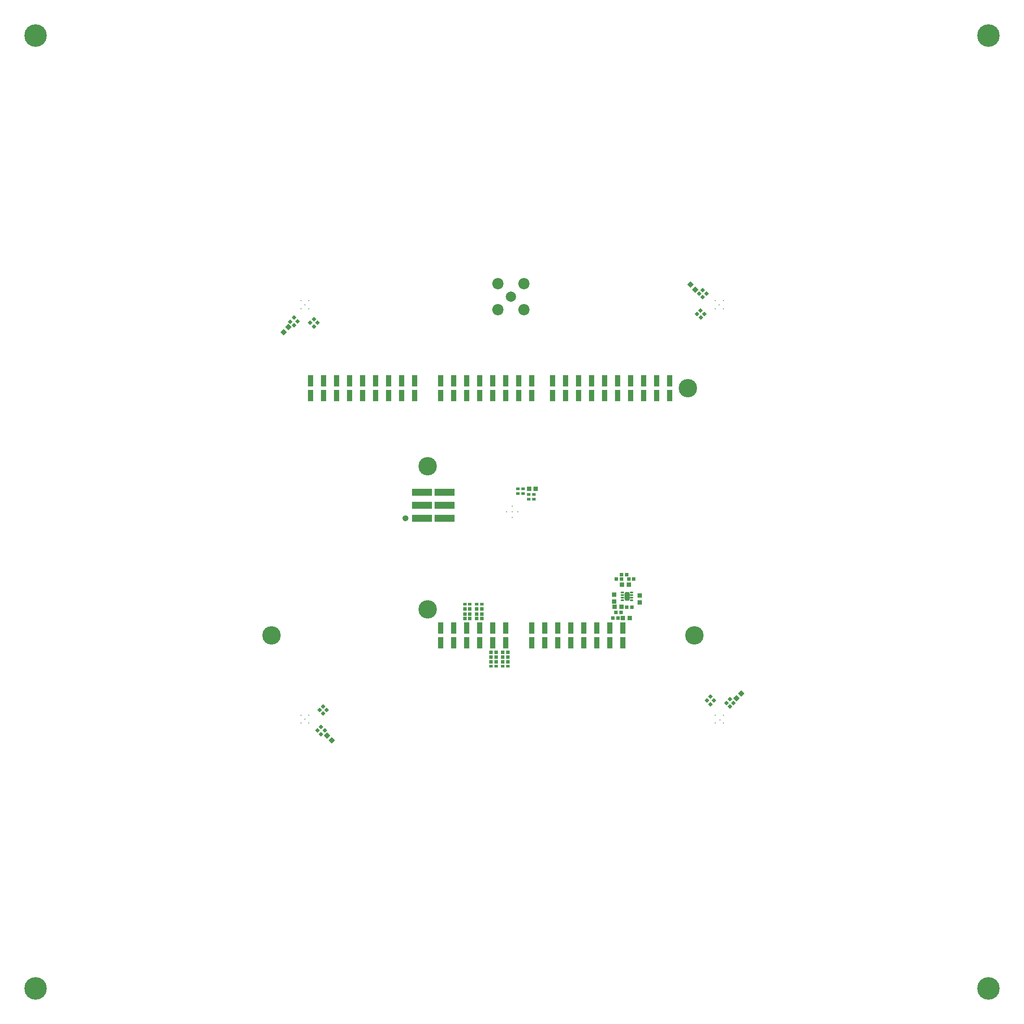
<source format=gbs>
G04*
G04 #@! TF.GenerationSoftware,Altium Limited,Altium Designer,20.0.13 (296)*
G04*
G04 Layer_Color=16711935*
%FSLAX24Y24*%
%MOIN*%
G70*
G01*
G75*
%ADD34R,0.0276X0.0256*%
G04:AMPARAMS|DCode=40|XSize=23.6mil|YSize=27.6mil|CornerRadius=0mil|HoleSize=0mil|Usage=FLASHONLY|Rotation=135.000|XOffset=0mil|YOffset=0mil|HoleType=Round|Shape=Rectangle|*
%AMROTATEDRECTD40*
4,1,4,0.0181,0.0014,-0.0014,-0.0181,-0.0181,-0.0014,0.0014,0.0181,0.0181,0.0014,0.0*
%
%ADD40ROTATEDRECTD40*%

G04:AMPARAMS|DCode=42|XSize=23.6mil|YSize=27.6mil|CornerRadius=0mil|HoleSize=0mil|Usage=FLASHONLY|Rotation=45.000|XOffset=0mil|YOffset=0mil|HoleType=Round|Shape=Rectangle|*
%AMROTATEDRECTD42*
4,1,4,0.0014,-0.0181,-0.0181,0.0014,-0.0014,0.0181,0.0181,-0.0014,0.0014,-0.0181,0.0*
%
%ADD42ROTATEDRECTD42*%

%ADD55C,0.0787*%
%ADD56C,0.0866*%
%ADD57C,0.1732*%
%ADD58C,0.1417*%
%ADD59C,0.0118*%
%ADD89C,0.0240*%
%ADD90R,0.0276X0.0236*%
G04:AMPARAMS|DCode=91|XSize=15.7mil|YSize=25.6mil|CornerRadius=4.9mil|HoleSize=0mil|Usage=FLASHONLY|Rotation=270.000|XOffset=0mil|YOffset=0mil|HoleType=Round|Shape=RoundedRectangle|*
%AMROUNDEDRECTD91*
21,1,0.0157,0.0157,0,0,270.0*
21,1,0.0059,0.0256,0,0,270.0*
1,1,0.0098,-0.0079,-0.0030*
1,1,0.0098,-0.0079,0.0030*
1,1,0.0098,0.0079,0.0030*
1,1,0.0098,0.0079,-0.0030*
%
%ADD91ROUNDEDRECTD91*%
G04:AMPARAMS|DCode=92|XSize=66.9mil|YSize=37.4mil|CornerRadius=10.3mil|HoleSize=0mil|Usage=FLASHONLY|Rotation=270.000|XOffset=0mil|YOffset=0mil|HoleType=Round|Shape=RoundedRectangle|*
%AMROUNDEDRECTD92*
21,1,0.0669,0.0167,0,0,270.0*
21,1,0.0463,0.0374,0,0,270.0*
1,1,0.0207,-0.0084,-0.0231*
1,1,0.0207,-0.0084,0.0231*
1,1,0.0207,0.0084,0.0231*
1,1,0.0207,0.0084,-0.0231*
%
%ADD92ROUNDEDRECTD92*%
%ADD93R,0.0441X0.0902*%
%ADD94R,0.1539X0.0539*%
%ADD95R,0.0335X0.0354*%
G04:AMPARAMS|DCode=96|XSize=35.4mil|YSize=33.5mil|CornerRadius=0mil|HoleSize=0mil|Usage=FLASHONLY|Rotation=225.000|XOffset=0mil|YOffset=0mil|HoleType=Round|Shape=Rectangle|*
%AMROTATEDRECTD96*
4,1,4,0.0007,0.0244,0.0244,0.0007,-0.0007,-0.0244,-0.0244,-0.0007,0.0007,0.0244,0.0*
%
%ADD96ROTATEDRECTD96*%

G04:AMPARAMS|DCode=97|XSize=35.4mil|YSize=33.5mil|CornerRadius=0mil|HoleSize=0mil|Usage=FLASHONLY|Rotation=135.000|XOffset=0mil|YOffset=0mil|HoleType=Round|Shape=Rectangle|*
%AMROTATEDRECTD97*
4,1,4,0.0244,-0.0007,0.0007,-0.0244,-0.0244,0.0007,-0.0007,0.0244,0.0244,-0.0007,0.0*
%
%ADD97ROTATEDRECTD97*%

%ADD98R,0.0354X0.0335*%
D34*
X36130Y31172D02*
D03*
X35736D02*
D03*
X36642Y31172D02*
D03*
X37035D02*
D03*
X38138Y28574D02*
D03*
X37744D02*
D03*
X38650D02*
D03*
X39043D02*
D03*
X47783Y34558D02*
D03*
X48177D02*
D03*
X48728Y34204D02*
D03*
X48335D02*
D03*
X47744Y31645D02*
D03*
X47350D02*
D03*
X47390Y34204D02*
D03*
X47783D02*
D03*
X48571Y32038D02*
D03*
X48177D02*
D03*
X39043Y28220D02*
D03*
X38650D02*
D03*
X37744D02*
D03*
X38138D02*
D03*
X37035Y31527D02*
D03*
X36642D02*
D03*
X35736Y31527D02*
D03*
X36130D02*
D03*
X39043Y27865D02*
D03*
X38650D02*
D03*
X37744D02*
D03*
X38138D02*
D03*
X37035Y31920D02*
D03*
X36642D02*
D03*
X35736D02*
D03*
X36130D02*
D03*
X47114Y31212D02*
D03*
X47508D02*
D03*
D40*
X23865Y53907D02*
D03*
X24143Y54186D02*
D03*
X24694Y22847D02*
D03*
X24416Y22569D02*
D03*
X54894Y24875D02*
D03*
X54616Y24597D02*
D03*
X54022Y55876D02*
D03*
X54301Y56154D02*
D03*
X54025Y56430D02*
D03*
X53747Y56151D02*
D03*
X54337Y24891D02*
D03*
X54616Y25170D02*
D03*
X24692Y22293D02*
D03*
X24970Y22571D02*
D03*
X24419Y53910D02*
D03*
X24140Y53632D02*
D03*
D42*
X22883Y54025D02*
D03*
X22605Y54304D02*
D03*
X24852Y23868D02*
D03*
X24573Y24146D02*
D03*
X55833Y24697D02*
D03*
X56112Y24419D02*
D03*
X53865Y54855D02*
D03*
X54143Y54576D02*
D03*
X53868Y54301D02*
D03*
X53589Y54579D02*
D03*
X24849Y24416D02*
D03*
X25127Y24138D02*
D03*
X22329Y53989D02*
D03*
X22608Y53710D02*
D03*
X56387Y24695D02*
D03*
X56109Y24973D02*
D03*
D55*
X39276Y55902D02*
D03*
D56*
X40276Y56902D02*
D03*
X38276D02*
D03*
Y54902D02*
D03*
X40276D02*
D03*
D57*
X2756Y2756D02*
D03*
X75984D02*
D03*
Y75984D02*
D03*
X2756D02*
D03*
D58*
X32870Y31884D02*
D03*
Y42884D02*
D03*
X53370Y29884D02*
D03*
X52870Y48884D02*
D03*
X20870Y29884D02*
D03*
D59*
X31309Y38882D02*
D03*
X31043D02*
D03*
X39370Y39377D02*
D03*
X55343Y23398D02*
D03*
X39802Y39380D02*
D03*
X39373Y39804D02*
D03*
X38938Y39374D02*
D03*
X39373Y38945D02*
D03*
X23443Y55297D02*
D03*
X23751Y54993D02*
D03*
X23136Y55600D02*
D03*
X23140Y54990D02*
D03*
X23747Y55604D02*
D03*
X23443Y23443D02*
D03*
X23747Y23751D02*
D03*
X23140Y23136D02*
D03*
X23751Y23140D02*
D03*
X23136Y23747D02*
D03*
X54990Y23747D02*
D03*
X55604Y23140D02*
D03*
X55600Y23751D02*
D03*
X54993Y23136D02*
D03*
X55604Y54993D02*
D03*
X54990Y55600D02*
D03*
X55600Y55604D02*
D03*
X54993Y54990D02*
D03*
X55297Y55297D02*
D03*
D89*
X31297Y38882D02*
G03*
X31297Y38882I-110J0D01*
G01*
X31275D02*
G03*
X31275Y38882I-110J0D01*
G01*
D90*
X40224Y40779D02*
D03*
X39831D02*
D03*
X41051Y40346D02*
D03*
X40657D02*
D03*
X38650Y27511D02*
D03*
X39043D02*
D03*
X40657Y40700D02*
D03*
X41051D02*
D03*
X39831Y41133D02*
D03*
X40224D02*
D03*
X36130Y32275D02*
D03*
X35736D02*
D03*
X36642D02*
D03*
X37035D02*
D03*
X38138Y27511D02*
D03*
X37744D02*
D03*
D91*
X47860Y32582D02*
D03*
Y32779D02*
D03*
Y32975D02*
D03*
Y33172D02*
D03*
X48565Y32582D02*
D03*
Y32779D02*
D03*
Y32975D02*
D03*
Y33172D02*
D03*
D92*
X48213Y32877D02*
D03*
D93*
X26870Y48307D02*
D03*
Y49461D02*
D03*
X30870Y48307D02*
D03*
X27870D02*
D03*
X28870Y48307D02*
D03*
X23870Y48307D02*
D03*
X24870D02*
D03*
X30870Y49461D02*
D03*
X27870D02*
D03*
X28870D02*
D03*
X23870D02*
D03*
X24870D02*
D03*
X29870Y48307D02*
D03*
X25870D02*
D03*
X29870Y49461D02*
D03*
X25870D02*
D03*
X31870D02*
D03*
Y48307D02*
D03*
X35870Y49461D02*
D03*
X39870D02*
D03*
X35870Y48307D02*
D03*
X39870D02*
D03*
X34870Y49461D02*
D03*
X33870D02*
D03*
X38870D02*
D03*
X37870D02*
D03*
X40870D02*
D03*
X34870Y48307D02*
D03*
X33870D02*
D03*
X38870Y48307D02*
D03*
X37870Y48307D02*
D03*
X40870D02*
D03*
X36870Y49461D02*
D03*
Y48307D02*
D03*
X36870Y29307D02*
D03*
Y30461D02*
D03*
X38870Y29307D02*
D03*
X37870D02*
D03*
X34870D02*
D03*
X33870D02*
D03*
X38870Y30461D02*
D03*
X37870D02*
D03*
X34870D02*
D03*
X33870D02*
D03*
X35870Y29307D02*
D03*
X35870Y30461D02*
D03*
X51470Y48307D02*
D03*
X45470D02*
D03*
X51470Y49461D02*
D03*
X45470D02*
D03*
X50470Y48307D02*
D03*
X49470Y48307D02*
D03*
X47470D02*
D03*
X46470D02*
D03*
X43470D02*
D03*
X42470D02*
D03*
X50470Y49461D02*
D03*
X49470D02*
D03*
X47470D02*
D03*
X46470D02*
D03*
X43470D02*
D03*
X42470D02*
D03*
X48470Y48307D02*
D03*
X44470Y48307D02*
D03*
X48470Y49461D02*
D03*
X44470D02*
D03*
X45870Y29307D02*
D03*
X41870D02*
D03*
X45870Y30461D02*
D03*
X41870D02*
D03*
X46870Y29307D02*
D03*
X47870D02*
D03*
X42870D02*
D03*
X43870D02*
D03*
X40870D02*
D03*
X46870Y30461D02*
D03*
X47870D02*
D03*
X42870Y30461D02*
D03*
X43870Y30461D02*
D03*
X40870D02*
D03*
X44870Y29307D02*
D03*
Y30461D02*
D03*
D94*
X34195Y40884D02*
D03*
X32445D02*
D03*
X34195Y39884D02*
D03*
X32445D02*
D03*
X34195Y38884D02*
D03*
X32445D02*
D03*
D95*
X47872Y31212D02*
D03*
X48404D02*
D03*
X41199Y41133D02*
D03*
X40667D02*
D03*
X47242Y32078D02*
D03*
X47774D02*
D03*
X48352Y33771D02*
D03*
X47821D02*
D03*
D96*
X53068Y56833D02*
D03*
X53444Y56457D02*
D03*
X25155Y22187D02*
D03*
X25530Y21811D02*
D03*
D97*
X56611Y25040D02*
D03*
X56987Y25415D02*
D03*
X22184Y53572D02*
D03*
X21808Y53196D02*
D03*
D98*
X49181Y32934D02*
D03*
Y32403D02*
D03*
X47232Y32481D02*
D03*
Y33013D02*
D03*
M02*

</source>
